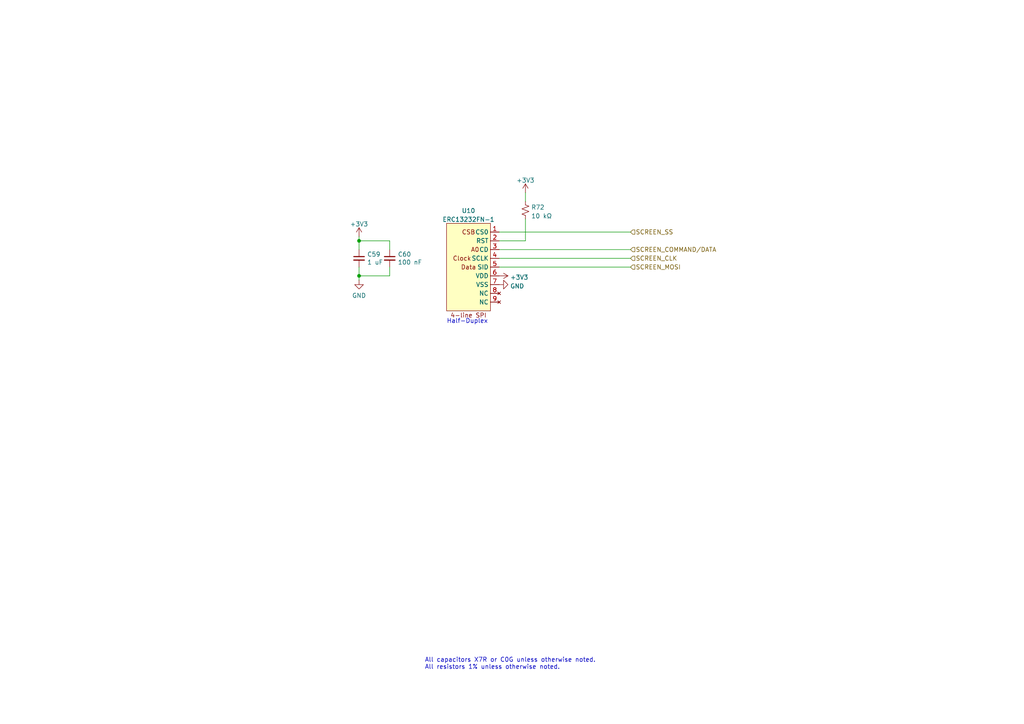
<source format=kicad_sch>
(kicad_sch (version 20211123) (generator eeschema)
  (paper "A4")
  (title_block (title "CANbus Acquisition Module") (date "2023-02-03") (rev "B2") (company "École de Technologie Supérieure - Laboratoire thermique et science du bâtiment (LTSB)") (comment 1 "Designer: Hugo Boyce"))
  (lib_symbols
    (symbol "CAN-Acquisition-Module:ERC13232FN-1"
      (property "Reference" "U" (at 1.27 1.27 0))
      (property "Value" "ERC13232FN-1" (at -1.27 -12.7 90))
      (symbol "ERC13232FN-1_0_0"
        (text "4-line SPI" (at 6.35 -26.67 0) (effects (font (size 1.27 1.27))))
        (text "A0" (at 8.255 -7.62 0) (effects (font (size 1.27 1.27))))
        (text "Clock" (at 4.445 -10.16 0) (effects (font (size 1.27 1.27))))
        (text "CSB" (at 6.35 -2.54 0) (effects (font (size 1.27 1.27))))
        (text "Data" (at 6.35 -12.7 0) (effects (font (size 1.27 1.27))))
      )
      (symbol "ERC13232FN-1_0_1"
        (rectangle (start 0 0) (end 12.7 -25.4) (stroke (width 0.1524)) (fill (type background)))
      )
      (symbol "ERC13232FN-1_1_1"
        (pin input line (at 15.24 -2.54 180) (length 2.54) (name "CS0") (number "1"))
        (pin input line (at 15.24 -5.08 180) (length 2.54) (name "RST") (number "2"))
        (pin input line (at 15.24 -7.62 180) (length 2.54) (name "CD") (number "3"))
        (pin input line (at 15.24 -10.16 180) (length 2.54) (name "SCLK") (number "4"))
        (pin input line (at 15.24 -12.7 180) (length 2.54) (name "SID") (number "5"))
        (pin power_in line (at 15.24 -15.24 180) (length 2.54) (name "VDD") (number "6"))
        (pin power_in line (at 15.24 -17.78 180) (length 2.54) (name "VSS") (number "7"))
        (pin no_connect line (at 15.24 -20.32 180) (length 2.54) (name "NC") (number "8"))
        (pin no_connect line (at 15.24 -22.86 180) (length 2.54) (name "NC") (number "9"))
      )
    )
    (symbol "Device:C_Small" (pin_numbers hide) (pin_names (offset 0.254) hide)
      (property "Reference" "C" (at 0.254 1.778 0))
      (property "Value" "C_Small" (at 0.254 -2.032 0))
      (symbol "C_Small_0_1"
        (polyline (pts (xy -1.524 -0.508) (xy 1.524 -0.508)) (stroke (width 0.3302)))
        (polyline (pts (xy -1.524 0.508) (xy 1.524 0.508)) (stroke (width 0.3048)))
      )
      (symbol "C_Small_1_1"
        (pin passive line (at 0 2.54 270) (length 2.032) (name "~") (number "1"))
        (pin passive line (at 0 -2.54 90) (length 2.032) (name "~") (number "2"))
      )
    )
    (symbol "Device:R_Small_US" (pin_numbers hide) (pin_names (offset 0.254) hide)
      (property "Reference" "R" (at 0.762 0.508 0))
      (property "Value" "R_Small_US" (at 0.762 -1.016 0))
      (symbol "R_Small_US_1_1"
        (polyline (pts (xy 0 0) (xy 1.016 -0.381) (xy 0 -0.762) (xy -1.016 -1.143) (xy 0 -1.524)))
        (polyline (pts (xy 0 1.524) (xy 1.016 1.143) (xy 0 0.762) (xy -1.016 0.381) (xy 0 0)))
        (pin passive line (at 0 2.54 270) (length 1.016) (name "~") (number "1"))
        (pin passive line (at 0 -2.54 90) (length 1.016) (name "~") (number "2"))
      )
    )
    (symbol "power:+3.3V" (power) (pin_names (offset 0))
      (property "Value" "+3.3V" (at 0 3.556 0))
      (symbol "+3.3V_0_1"
        (polyline (pts (xy -0.762 1.27) (xy 0 2.54)))
        (polyline (pts (xy 0 0) (xy 0 2.54)))
        (polyline (pts (xy 0 2.54) (xy 0.762 1.27)))
      )
      (symbol "+3.3V_1_1"
        (pin power_in line (at 0 0 90) (length 0) hide (name "+3V3") (number "1"))
      )
    )
    (symbol "power:GND" (power) (pin_names (offset 0))
      (property "Value" "GND" (at 0 -3.81 0))
      (symbol "GND_0_1"
        (polyline (pts (xy 0 0) (xy 0 -1.27) (xy 1.27 -1.27) (xy 0 -2.54) (xy -1.27 -1.27) (xy 0 -1.27)))
      )
      (symbol "GND_1_1"
        (pin power_in line (at 0 0 270) (length 0) hide (name "GND") (number "1"))
      )
    )
  )
  (junction (at 104.14 69.85))
  (junction (at 104.14 80.01))
  (wire (pts (xy 104.14 80.01) (xy 104.14 77.47)))
  (wire (pts (xy 113.03 69.85) (xy 104.14 69.85)))
  (wire (pts (xy 144.78 74.93) (xy 182.88 74.93)))
  (wire (pts (xy 152.4 55.88) (xy 152.4 58.42)))
  (wire (pts (xy 104.14 68.58) (xy 104.14 69.85)))
  (wire (pts (xy 152.4 63.5) (xy 152.4 69.85)))
  (wire (pts (xy 104.14 72.39) (xy 104.14 69.85)))
  (wire (pts (xy 144.78 67.31) (xy 182.88 67.31)))
  (wire (pts (xy 113.03 72.39) (xy 113.03 69.85)))
  (wire (pts (xy 144.78 69.85) (xy 152.4 69.85)))
  (wire (pts (xy 144.78 72.39) (xy 182.88 72.39)))
  (wire (pts (xy 104.14 80.01) (xy 104.14 81.28)))
  (wire (pts (xy 144.78 77.47) (xy 182.88 77.47)))
  (wire (pts (xy 113.03 80.01) (xy 113.03 77.47)))
  (wire (pts (xy 104.14 80.01) (xy 113.03 80.01)))
  (text "Half-Duplex" (at 129.54 93.98 0) (effects (font (size 1.27 1.27)) (justify left bottom)))
  (text "All capacitors X7R or C0G unless otherwise noted.\nAll resistors 1% unless otherwise noted." (at 123.19 194.31 0) (effects (font (size 1.27 1.27)) (justify left bottom)))
  (hierarchical_label "SCREEN_CLK" (shape input) (at 182.88 74.93 0))
  (hierarchical_label "SCREEN_MOSI" (shape input) (at 182.88 77.47 0))
  (hierarchical_label "SCREEN_COMMAND{slash}DATA" (shape input) (at 182.88 72.39 0))
  (hierarchical_label "SCREEN_SS" (shape input) (at 182.88 67.31 0))
  (symbol (lib_id "power:+3.3V") (at 144.78 80.01 270) (unit 1)
    (property "Reference" "#PWR0172" (effects hide))
    (property "Value" "+3.3V" (at 147.955 80.4438 90) (effects (justify left)))
  )
  (symbol (lib_id "power:+3.3V") (at 104.14 68.58 0) (unit 1)
    (property "Reference" "#PWR0170" (effects hide))
    (property "Value" "+3.3V" (at 104.14 65.0042 0))
  )
  (symbol (lib_id "Device:C_Small") (at 104.14 74.93 0) (unit 1)
    (property "Reference" "C59" (at 106.4768 73.7616 0) (effects (justify left)))
    (property "Value" "1 uF" (at 106.4768 76.073 0) (effects (justify left)))
    (property "Footprint" "Capacitor_SMD:C_0603_1608Metric" (effects hide))
    (property "Mfr." "Samsung Electro-Mechanics " (effects hide))
    (property "P/N" "CL10B105KA8NNNC" (effects hide))
    (property "Rated Voltage" "25V" (effects hide))
    (property "LCSC P/N" "C386079" (effects hide))
    (property "LCSC Specs" "1uF X7R 25V" (effects hide))
    (property "LCSC Package" "0603" (effects hide))
  )
  (symbol (lib_id "power:GND") (at 144.78 82.55 90) (unit 1)
    (property "Reference" "#PWR0173" (effects hide))
    (property "Value" "GND" (at 147.955 82.9838 90) (effects (justify right)))
  )
  (symbol (lib_id "power:+3.3V") (at 152.4 55.88 0) (unit 1)
    (property "Reference" "#PWR0174" (effects hide))
    (property "Value" "+3.3V" (at 152.4 52.3042 0))
  )
  (symbol (lib_id "Device:C_Small") (at 113.03 74.93 0) (unit 1)
    (property "Reference" "C60" (at 115.3668 73.7616 0) (effects (justify left)))
    (property "Value" "100 nF" (at 115.3668 76.073 0) (effects (justify left)))
    (property "Footprint" "Capacitor_SMD:C_0402_1005Metric" (effects hide))
    (property "Mfr." "KYOCERA AVX " (effects hide))
    (property "P/N" "0402YC104KAT2A" (effects hide))
    (property "Rated Voltage" "16V" (effects hide))
    (property "LCSC P/N" "C77014" (effects hide))
    (property "LCSC Specs" "100nF X7R 16V" (effects hide))
    (property "LCSC Package" "0402" (effects hide))
  )
  (symbol (lib_id "power:GND") (at 104.14 81.28 0) (unit 1)
    (property "Reference" "#PWR0171" (effects hide))
    (property "Value" "GND" (at 104.14 85.7234 0))
  )
  (symbol (lib_id "Device:R_Small_US") (at 152.4 60.96 0) (unit 1)
    (property "Reference" "R72" (at 154.051 60.1253 0) (effects (justify left)))
    (property "Value" "10 kΩ" (at 154.051 62.6622 0) (effects (justify left)))
    (property "Footprint" "Resistor_SMD:R_0603_1608Metric" (effects hide))
    (property "Mfr." "Stackpole" (effects hide))
    (property "P/N" "RMCF0603FT10K0" (effects hide))
    (property "Tolerance" "1%" (effects hide))
    (property "LCSC P/N" "C98220" (effects hide))
    (property "LCSC Specs" "10K 1%" (effects hide))
    (property "LCSC Package" "0603" (effects hide))
  )
  (symbol (lib_id "CAN-Acquisition-Module:ERC13232FN-1") (at 129.54 64.77 0) (unit 1)
    (property "Reference" "U10" (at 135.89 61.121 0))
    (property "Value" "ERC13232FN-1" (at 135.89 63.6579 0))
    (property "Footprint" "CAN-Acquisition-Module:ERC13232FN-1" (effects hide))
    (property "Datasheet" "https://www.buydisplay.com/download/manual/ERC13232-1_Datasheet.pdf" (effects hide))
    (property "Mfr." "EastRising" (effects hide))
    (property "P/N" "ERC13232FN-1" (effects hide))
    (property "LCSC P/N" "DNP" (effects hide))
    (property "LCSC Package" "DNP" (effects hide))
    (property "LCSC Specs" "DNP" (effects hide))
  )
)
</source>
